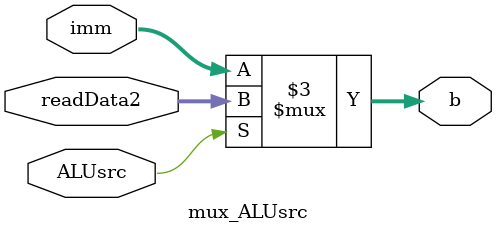
<source format=v>
`timescale 1ns / 1ps
module mux_ALUsrc(
	input [31:0] readData2,
	input [31:0] imm,
	input [0:0] ALUsrc,
	output [31:0] b
    );
	 
	 always @(readData or imm or ALUsrc)
		begin
			if(ALUsrc)
				b = readData2;
			else
				b = imm;
		end

endmodule

</source>
